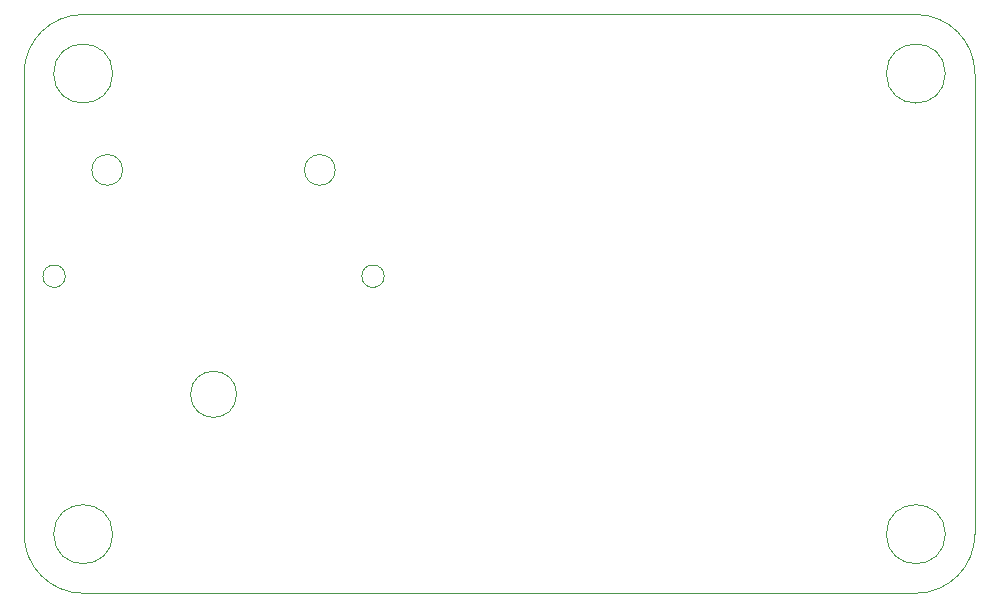
<source format=gbr>
%TF.GenerationSoftware,KiCad,Pcbnew,9.0.6*%
%TF.CreationDate,2026-02-28T12:54:14-08:00*%
%TF.ProjectId,display,64697370-6c61-4792-9e6b-696361645f70,rev?*%
%TF.SameCoordinates,Original*%
%TF.FileFunction,Profile,NP*%
%FSLAX46Y46*%
G04 Gerber Fmt 4.6, Leading zero omitted, Abs format (unit mm)*
G04 Created by KiCad (PCBNEW 9.0.6) date 2026-02-28 12:54:14*
%MOMM*%
%LPD*%
G01*
G04 APERTURE LIST*
%TA.AperFunction,Profile*%
%ADD10C,0.050000*%
%TD*%
G04 APERTURE END LIST*
D10*
X92500000Y-117500000D02*
G75*
G02*
X87500000Y-117500000I-2500000J0D01*
G01*
X87500000Y-117500000D02*
G75*
G02*
X92500000Y-117500000I2500000J0D01*
G01*
X163000000Y-117500000D02*
G75*
G02*
X158000000Y-117500000I-2500000J0D01*
G01*
X158000000Y-117500000D02*
G75*
G02*
X163000000Y-117500000I2500000J0D01*
G01*
X163000000Y-78500000D02*
G75*
G02*
X158000000Y-78500000I-2500000J0D01*
G01*
X158000000Y-78500000D02*
G75*
G02*
X163000000Y-78500000I2500000J0D01*
G01*
X92500000Y-78500000D02*
G75*
G02*
X87500000Y-78500000I-2500000J0D01*
G01*
X87500000Y-78500000D02*
G75*
G02*
X92500000Y-78500000I2500000J0D01*
G01*
X85000000Y-78500000D02*
G75*
G02*
X90000000Y-73500000I5000000J0D01*
G01*
X90000000Y-122500000D02*
G75*
G02*
X85000000Y-117500000I0J5000000D01*
G01*
X165500000Y-117500000D02*
G75*
G02*
X160500000Y-122500000I-5000000J0D01*
G01*
X160500000Y-73500000D02*
G75*
G02*
X165500000Y-78500000I0J-5000000D01*
G01*
X85000000Y-117500000D02*
X85000000Y-78500000D01*
X160500000Y-122500000D02*
X90000000Y-122500000D01*
X90000000Y-73500000D02*
X160500000Y-73500000D01*
X165500000Y-78500000D02*
X165500000Y-117500000D01*
%TO.C,M1*%
X115490000Y-95660000D02*
G75*
G02*
X113590000Y-95660000I-950000J0D01*
G01*
X113590000Y-95660000D02*
G75*
G02*
X115490000Y-95660000I950000J0D01*
G01*
X111340000Y-86660000D02*
G75*
G02*
X108740000Y-86660000I-1300000J0D01*
G01*
X108740000Y-86660000D02*
G75*
G02*
X111340000Y-86660000I1300000J0D01*
G01*
X102990000Y-105660000D02*
G75*
G02*
X99090000Y-105660000I-1950000J0D01*
G01*
X99090000Y-105660000D02*
G75*
G02*
X102990000Y-105660000I1950000J0D01*
G01*
X93340000Y-86660000D02*
G75*
G02*
X90740000Y-86660000I-1300000J0D01*
G01*
X90740000Y-86660000D02*
G75*
G02*
X93340000Y-86660000I1300000J0D01*
G01*
X88490000Y-95660000D02*
G75*
G02*
X86590000Y-95660000I-950000J0D01*
G01*
X86590000Y-95660000D02*
G75*
G02*
X88490000Y-95660000I950000J0D01*
G01*
%TD*%
M02*

</source>
